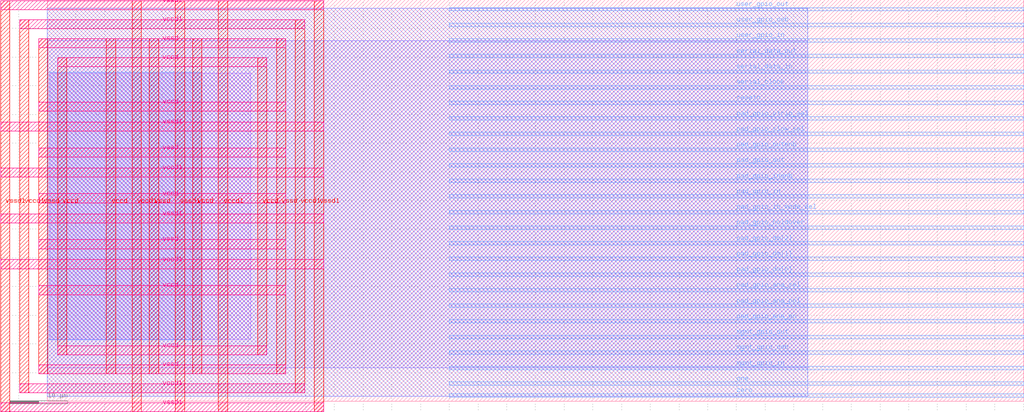
<source format=lef>
VERSION 5.7 ;
  NOWIREEXTENSIONATPIN ON ;
  DIVIDERCHAR "/" ;
  BUSBITCHARS "[]" ;
MACRO gpio_control_block
  CLASS BLOCK ;
  FOREIGN gpio_control_block ;
  ORIGIN 0.000 0.000 ;
  SIZE 170.000 BY 70.000 ;
  PIN mgmt_gpio_in
    DIRECTION OUTPUT TRISTATE ;
    USE SIGNAL ;
    PORT
      LAYER met3 ;
        RECT 70.000 5.480 170.000 6.080 ;
    END
  END mgmt_gpio_in
  PIN mgmt_gpio_oeb
    DIRECTION INPUT ;
    USE SIGNAL ;
    PORT
      LAYER met3 ;
        RECT 70.000 8.200 170.000 8.800 ;
    END
  END mgmt_gpio_oeb
  PIN mgmt_gpio_out
    DIRECTION INPUT ;
    USE SIGNAL ;
    PORT
      LAYER met3 ;
        RECT 70.000 10.920 170.000 11.520 ;
    END
  END mgmt_gpio_out
  PIN one
    DIRECTION OUTPUT TRISTATE ;
    USE SIGNAL ;
    PORT
      LAYER met3 ;
        RECT 70.000 2.760 170.000 3.360 ;
    END
  END one
  PIN pad_gpio_ana_en
    DIRECTION OUTPUT TRISTATE ;
    USE SIGNAL ;
    PORT
      LAYER met3 ;
        RECT 70.000 13.640 170.000 14.240 ;
    END
  END pad_gpio_ana_en
  PIN pad_gpio_ana_pol
    DIRECTION OUTPUT TRISTATE ;
    USE SIGNAL ;
    PORT
      LAYER met3 ;
        RECT 70.000 16.360 170.000 16.960 ;
    END
  END pad_gpio_ana_pol
  PIN pad_gpio_ana_sel
    DIRECTION OUTPUT TRISTATE ;
    USE SIGNAL ;
    PORT
      LAYER met3 ;
        RECT 70.000 19.080 170.000 19.680 ;
    END
  END pad_gpio_ana_sel
  PIN pad_gpio_dm[0]
    DIRECTION OUTPUT TRISTATE ;
    USE SIGNAL ;
    PORT
      LAYER met3 ;
        RECT 70.000 21.800 170.000 22.400 ;
    END
  END pad_gpio_dm[0]
  PIN pad_gpio_dm[1]
    DIRECTION OUTPUT TRISTATE ;
    USE SIGNAL ;
    PORT
      LAYER met3 ;
        RECT 70.000 24.520 170.000 25.120 ;
    END
  END pad_gpio_dm[1]
  PIN pad_gpio_dm[2]
    DIRECTION OUTPUT TRISTATE ;
    USE SIGNAL ;
    PORT
      LAYER met3 ;
        RECT 70.000 27.240 170.000 27.840 ;
    END
  END pad_gpio_dm[2]
  PIN pad_gpio_holdover
    DIRECTION OUTPUT TRISTATE ;
    USE SIGNAL ;
    PORT
      LAYER met3 ;
        RECT 70.000 29.960 170.000 30.560 ;
    END
  END pad_gpio_holdover
  PIN pad_gpio_ib_mode_sel
    DIRECTION OUTPUT TRISTATE ;
    USE SIGNAL ;
    PORT
      LAYER met3 ;
        RECT 70.000 32.680 170.000 33.280 ;
    END
  END pad_gpio_ib_mode_sel
  PIN pad_gpio_in
    DIRECTION INPUT ;
    USE SIGNAL ;
    PORT
      LAYER met3 ;
        RECT 70.000 35.400 170.000 36.000 ;
    END
  END pad_gpio_in
  PIN pad_gpio_inenb
    DIRECTION OUTPUT TRISTATE ;
    USE SIGNAL ;
    PORT
      LAYER met3 ;
        RECT 70.000 38.120 170.000 38.720 ;
    END
  END pad_gpio_inenb
  PIN pad_gpio_out
    DIRECTION OUTPUT TRISTATE ;
    USE SIGNAL ;
    PORT
      LAYER met3 ;
        RECT 70.000 40.840 170.000 41.440 ;
    END
  END pad_gpio_out
  PIN pad_gpio_outenb
    DIRECTION OUTPUT TRISTATE ;
    USE SIGNAL ;
    PORT
      LAYER met3 ;
        RECT 70.000 43.560 170.000 44.160 ;
    END
  END pad_gpio_outenb
  PIN pad_gpio_slow_sel
    DIRECTION OUTPUT TRISTATE ;
    USE SIGNAL ;
    PORT
      LAYER met3 ;
        RECT 70.000 46.280 170.000 46.880 ;
    END
  END pad_gpio_slow_sel
  PIN pad_gpio_vtrip_sel
    DIRECTION OUTPUT TRISTATE ;
    USE SIGNAL ;
    PORT
      LAYER met3 ;
        RECT 70.000 49.000 170.000 49.600 ;
    END
  END pad_gpio_vtrip_sel
  PIN resetn
    DIRECTION INPUT ;
    USE SIGNAL ;
    PORT
      LAYER met3 ;
        RECT 70.000 51.720 170.000 52.320 ;
    END
  END resetn
  PIN serial_clock
    DIRECTION INPUT ;
    USE SIGNAL ;
    PORT
      LAYER met3 ;
        RECT 70.000 54.440 170.000 55.040 ;
    END
  END serial_clock
  PIN serial_data_in
    DIRECTION INPUT ;
    USE SIGNAL ;
    PORT
      LAYER met3 ;
        RECT 70.000 57.160 170.000 57.760 ;
    END
  END serial_data_in
  PIN serial_data_out
    DIRECTION OUTPUT TRISTATE ;
    USE SIGNAL ;
    PORT
      LAYER met3 ;
        RECT 70.000 59.880 170.000 60.480 ;
    END
  END serial_data_out
  PIN user_gpio_in
    DIRECTION OUTPUT TRISTATE ;
    USE SIGNAL ;
    PORT
      LAYER met3 ;
        RECT 70.000 62.600 170.000 63.200 ;
    END
  END user_gpio_in
  PIN user_gpio_oeb
    DIRECTION INPUT ;
    USE SIGNAL ;
    PORT
      LAYER met3 ;
        RECT 70.000 65.320 170.000 65.920 ;
    END
  END user_gpio_oeb
  PIN user_gpio_out
    DIRECTION INPUT ;
    USE SIGNAL ;
    PORT
      LAYER met3 ;
        RECT 70.000 68.040 170.000 68.640 ;
    END
  END user_gpio_out
  PIN zero
    DIRECTION OUTPUT TRISTATE ;
    USE SIGNAL ;
    PORT
      LAYER met3 ;
        RECT 70.000 0.720 170.000 1.320 ;
    END
  END zero
  PIN vccd
    DIRECTION INOUT ;
    USE POWER ;
    PORT
      LAYER met4 ;
        RECT 25.300 4.780 26.900 63.220 ;
    END
  END vccd
  PIN vccd
    DIRECTION INOUT ;
    USE POWER ;
    PORT
      LAYER met4 ;
        RECT 10.300 4.780 11.900 63.220 ;
    END
  END vccd
  PIN vccd
    DIRECTION INOUT ;
    USE POWER ;
    PORT
      LAYER met4 ;
        RECT 36.620 8.080 38.220 59.920 ;
    END
  END vccd
  PIN vccd
    DIRECTION INOUT ;
    USE POWER ;
    PORT
      LAYER met4 ;
        RECT 1.800 8.080 3.400 59.920 ;
    END
  END vccd
  PIN vccd
    DIRECTION INOUT ;
    USE POWER ;
    PORT
      LAYER met5 ;
        RECT 1.800 58.320 38.220 59.920 ;
    END
  END vccd
  PIN vccd
    DIRECTION INOUT ;
    USE POWER ;
    PORT
      LAYER met5 ;
        RECT -1.500 50.580 41.520 52.180 ;
    END
  END vccd
  PIN vccd
    DIRECTION INOUT ;
    USE POWER ;
    PORT
      LAYER met5 ;
        RECT -1.500 34.580 41.520 36.180 ;
    END
  END vccd
  PIN vccd
    DIRECTION INOUT ;
    USE POWER ;
    PORT
      LAYER met5 ;
        RECT -1.500 18.580 41.520 20.180 ;
    END
  END vccd
  PIN vccd
    DIRECTION INOUT ;
    USE POWER ;
    PORT
      LAYER met5 ;
        RECT 1.800 8.080 38.220 9.680 ;
    END
  END vccd
  PIN vssd
    DIRECTION INOUT ;
    USE GROUND ;
    PORT
      LAYER met4 ;
        RECT 39.920 4.780 41.520 63.220 ;
    END
  END vssd
  PIN vssd
    DIRECTION INOUT ;
    USE GROUND ;
    PORT
      LAYER met4 ;
        RECT 17.800 4.780 19.400 63.220 ;
    END
  END vssd
  PIN vssd
    DIRECTION INOUT ;
    USE GROUND ;
    PORT
      LAYER met4 ;
        RECT -1.500 4.780 0.100 63.220 ;
    END
  END vssd
  PIN vssd
    DIRECTION INOUT ;
    USE GROUND ;
    PORT
      LAYER met5 ;
        RECT -1.500 61.620 41.520 63.220 ;
    END
  END vssd
  PIN vssd
    DIRECTION INOUT ;
    USE GROUND ;
    PORT
      LAYER met5 ;
        RECT -1.500 42.580 41.520 44.180 ;
    END
  END vssd
  PIN vssd
    DIRECTION INOUT ;
    USE GROUND ;
    PORT
      LAYER met5 ;
        RECT -1.500 26.580 41.520 28.180 ;
    END
  END vssd
  PIN vssd
    DIRECTION INOUT ;
    USE GROUND ;
    PORT
      LAYER met5 ;
        RECT -1.500 4.780 41.520 6.380 ;
    END
  END vssd
  PIN vccd1
    DIRECTION INOUT ;
    USE POWER ;
    PORT
      LAYER met4 ;
        RECT 29.800 -1.820 31.400 69.820 ;
    END
  END vccd1
  PIN vccd1
    DIRECTION INOUT ;
    USE POWER ;
    PORT
      LAYER met4 ;
        RECT 14.800 -1.820 16.400 69.820 ;
    END
  END vccd1
  PIN vccd1
    DIRECTION INOUT ;
    USE POWER ;
    PORT
      LAYER met4 ;
        RECT 43.220 1.480 44.820 66.520 ;
    END
  END vccd1
  PIN vccd1
    DIRECTION INOUT ;
    USE POWER ;
    PORT
      LAYER met4 ;
        RECT -4.800 1.480 -3.200 66.520 ;
    END
  END vccd1
  PIN vccd1
    DIRECTION INOUT ;
    USE POWER ;
    PORT
      LAYER met5 ;
        RECT -4.800 64.920 44.820 66.520 ;
    END
  END vccd1
  PIN vccd1
    DIRECTION INOUT ;
    USE POWER ;
    PORT
      LAYER met5 ;
        RECT -8.100 39.080 48.120 40.680 ;
    END
  END vccd1
  PIN vccd1
    DIRECTION INOUT ;
    USE POWER ;
    PORT
      LAYER met5 ;
        RECT -8.100 23.080 48.120 24.680 ;
    END
  END vccd1
  PIN vccd1
    DIRECTION INOUT ;
    USE POWER ;
    PORT
      LAYER met5 ;
        RECT -4.800 1.480 44.820 3.080 ;
    END
  END vccd1
  PIN vssd1
    DIRECTION INOUT ;
    USE GROUND ;
    PORT
      LAYER met4 ;
        RECT 46.520 -1.820 48.120 69.820 ;
    END
  END vssd1
  PIN vssd1
    DIRECTION INOUT ;
    USE GROUND ;
    PORT
      LAYER met4 ;
        RECT 22.300 -1.820 23.900 69.820 ;
    END
  END vssd1
  PIN vssd1
    DIRECTION INOUT ;
    USE GROUND ;
    PORT
      LAYER met4 ;
        RECT -8.100 -1.820 -6.500 69.820 ;
    END
  END vssd1
  PIN vssd1
    DIRECTION INOUT ;
    USE GROUND ;
    PORT
      LAYER met5 ;
        RECT -8.100 68.220 48.120 69.820 ;
    END
  END vssd1
  PIN vssd1
    DIRECTION INOUT ;
    USE GROUND ;
    PORT
      LAYER met5 ;
        RECT -8.100 47.080 48.120 48.680 ;
    END
  END vssd1
  PIN vssd1
    DIRECTION INOUT ;
    USE GROUND ;
    PORT
      LAYER met5 ;
        RECT -8.100 31.080 48.120 32.680 ;
    END
  END vssd1
  PIN vssd1
    DIRECTION INOUT ;
    USE GROUND ;
    PORT
      LAYER met5 ;
        RECT -8.100 -1.820 48.120 -0.220 ;
    END
  END vssd1
  OBS
      LAYER li1 ;
        RECT 0.460 10.795 35.420 57.205 ;
      LAYER met1 ;
        RECT 0.000 5.820 132.410 62.860 ;
      LAYER met2 ;
        RECT 0.000 0.835 132.390 68.525 ;
      LAYER met3 ;
        RECT 0.000 10.715 26.900 57.360 ;
  END
END gpio_control_block
END LIBRARY


</source>
